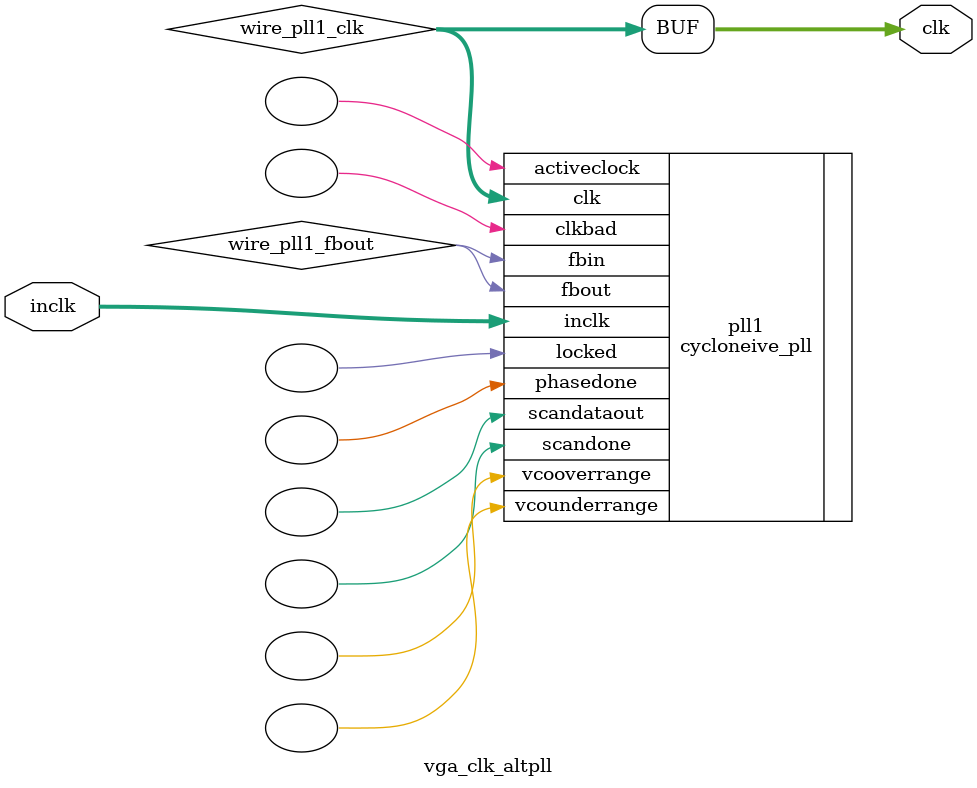
<source format=v>






//synthesis_resources = cycloneive_pll 1 
//synopsys translate_off
`timescale 1 ps / 1 ps
//synopsys translate_on
module  vga_clk_altpll
	( 
	clk,
	inclk) /* synthesis synthesis_clearbox=1 */;
	output   [4:0]  clk;
	input   [1:0]  inclk;
`ifndef ALTERA_RESERVED_QIS
// synopsys translate_off
`endif
	tri0   [1:0]  inclk;
`ifndef ALTERA_RESERVED_QIS
// synopsys translate_on
`endif

	wire  [4:0]   wire_pll1_clk;
	wire  wire_pll1_fbout;

	cycloneive_pll   pll1
	( 
	.activeclock(),
	.clk(wire_pll1_clk),
	.clkbad(),
	.fbin(wire_pll1_fbout),
	.fbout(wire_pll1_fbout),
	.inclk(inclk),
	.locked(),
	.phasedone(),
	.scandataout(),
	.scandone(),
	.vcooverrange(),
	.vcounderrange()
	`ifndef FORMAL_VERIFICATION
	// synopsys translate_off
	`endif
	,
	.areset(1'b0),
	.clkswitch(1'b0),
	.configupdate(1'b0),
	.pfdena(1'b1),
	.phasecounterselect({3{1'b0}}),
	.phasestep(1'b0),
	.phaseupdown(1'b0),
	.scanclk(1'b0),
	.scanclkena(1'b1),
	.scandata(1'b0)
	`ifndef FORMAL_VERIFICATION
	// synopsys translate_on
	`endif
	);
	defparam
		pll1.bandwidth_type = "auto",
		pll1.clk0_divide_by = 2,
		pll1.clk0_duty_cycle = 50,
		pll1.clk0_multiply_by = 1,
		pll1.clk0_phase_shift = "0",
		pll1.compensate_clock = "clk0",
		pll1.inclk0_input_frequency = 20000,
		pll1.operation_mode = "normal",
		pll1.pll_type = "auto",
		pll1.lpm_type = "cycloneive_pll";
	assign
		clk = {wire_pll1_clk[4:0]};
endmodule //vga_clk_altpll
//VALID FILE

</source>
